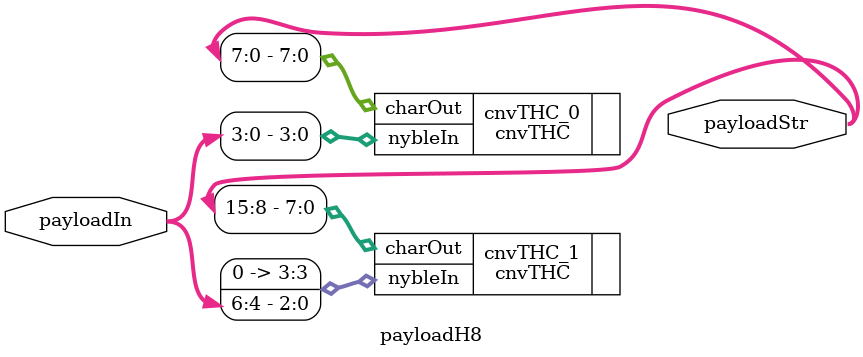
<source format=v>

 `timescale 1ns/100ps

module payloadH8 (
    payloadIn,
    payloadStr
    );                    
input [6:0] payloadIn;   
output [15:0] payloadStr;

wire [15:0] payloadStr;

cnvTHC cnvTHC_1(.nybleIn ({1'b0, payloadIn[6:4]}), .charOut (payloadStr[15:8]));
cnvTHC cnvTHC_0(.nybleIn ({      payloadIn[3:0]}), .charOut (payloadStr[ 7:0]));

endmodule

</source>
